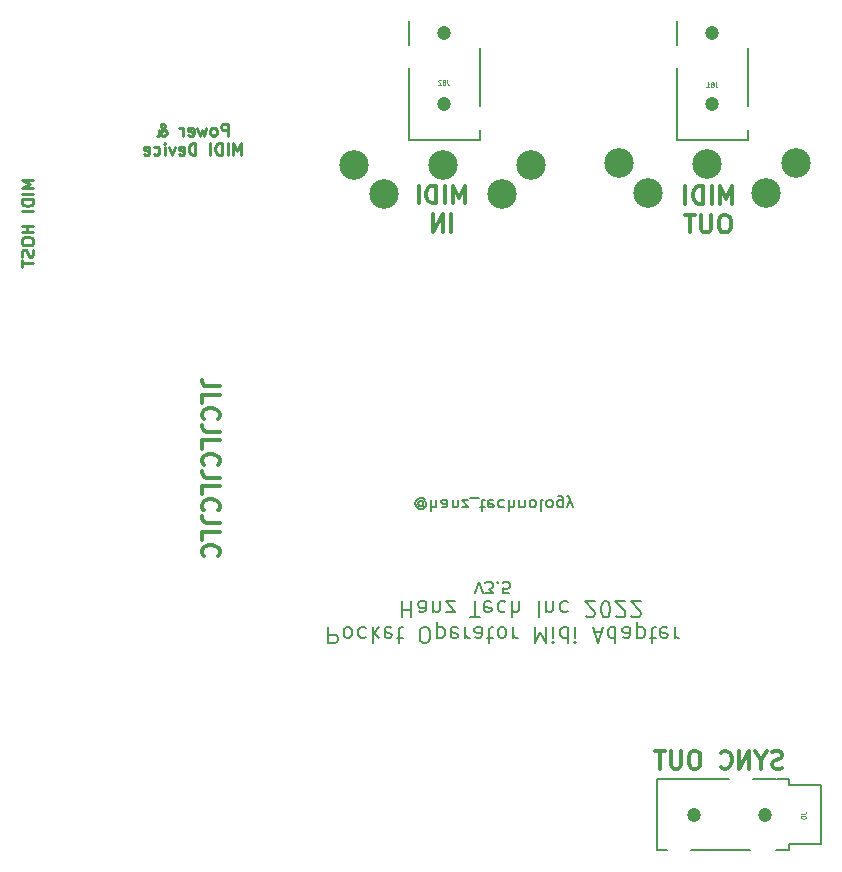
<source format=gbr>
%TF.GenerationSoftware,KiCad,Pcbnew,(6.0.2)*%
%TF.CreationDate,2023-01-30T01:25:14-05:00*%
%TF.ProjectId,bottom,626f7474-6f6d-42e6-9b69-6361645f7063,rev?*%
%TF.SameCoordinates,Original*%
%TF.FileFunction,Legend,Bot*%
%TF.FilePolarity,Positive*%
%FSLAX46Y46*%
G04 Gerber Fmt 4.6, Leading zero omitted, Abs format (unit mm)*
G04 Created by KiCad (PCBNEW (6.0.2)) date 2023-01-30 01:25:14*
%MOMM*%
%LPD*%
G01*
G04 APERTURE LIST*
%ADD10C,0.200000*%
%ADD11C,0.150000*%
%ADD12C,0.250000*%
%ADD13C,0.300000*%
%ADD14C,0.050800*%
%ADD15C,2.499360*%
%ADD16C,1.200000*%
G04 APERTURE END LIST*
D10*
X143348828Y-116229535D02*
X143348828Y-117579535D01*
X143863114Y-117579535D01*
X143991685Y-117515250D01*
X144055971Y-117450964D01*
X144120257Y-117322392D01*
X144120257Y-117129535D01*
X144055971Y-117000964D01*
X143991685Y-116936678D01*
X143863114Y-116872392D01*
X143348828Y-116872392D01*
X144891685Y-116229535D02*
X144763114Y-116293821D01*
X144698828Y-116358107D01*
X144634542Y-116486678D01*
X144634542Y-116872392D01*
X144698828Y-117000964D01*
X144763114Y-117065250D01*
X144891685Y-117129535D01*
X145084542Y-117129535D01*
X145213114Y-117065250D01*
X145277400Y-117000964D01*
X145341685Y-116872392D01*
X145341685Y-116486678D01*
X145277400Y-116358107D01*
X145213114Y-116293821D01*
X145084542Y-116229535D01*
X144891685Y-116229535D01*
X146498828Y-116293821D02*
X146370257Y-116229535D01*
X146113114Y-116229535D01*
X145984542Y-116293821D01*
X145920257Y-116358107D01*
X145855971Y-116486678D01*
X145855971Y-116872392D01*
X145920257Y-117000964D01*
X145984542Y-117065250D01*
X146113114Y-117129535D01*
X146370257Y-117129535D01*
X146498828Y-117065250D01*
X147077400Y-116229535D02*
X147077400Y-117579535D01*
X147205971Y-116743821D02*
X147591685Y-116229535D01*
X147591685Y-117129535D02*
X147077400Y-116615250D01*
X148684542Y-116293821D02*
X148555971Y-116229535D01*
X148298828Y-116229535D01*
X148170257Y-116293821D01*
X148105971Y-116422392D01*
X148105971Y-116936678D01*
X148170257Y-117065250D01*
X148298828Y-117129535D01*
X148555971Y-117129535D01*
X148684542Y-117065250D01*
X148748828Y-116936678D01*
X148748828Y-116808107D01*
X148105971Y-116679535D01*
X149134542Y-117129535D02*
X149648828Y-117129535D01*
X149327400Y-117579535D02*
X149327400Y-116422392D01*
X149391685Y-116293821D01*
X149520257Y-116229535D01*
X149648828Y-116229535D01*
X151384542Y-117579535D02*
X151641685Y-117579535D01*
X151770257Y-117515250D01*
X151898828Y-117386678D01*
X151963114Y-117129535D01*
X151963114Y-116679535D01*
X151898828Y-116422392D01*
X151770257Y-116293821D01*
X151641685Y-116229535D01*
X151384542Y-116229535D01*
X151255971Y-116293821D01*
X151127400Y-116422392D01*
X151063114Y-116679535D01*
X151063114Y-117129535D01*
X151127400Y-117386678D01*
X151255971Y-117515250D01*
X151384542Y-117579535D01*
X152541685Y-117129535D02*
X152541685Y-115779535D01*
X152541685Y-117065250D02*
X152670257Y-117129535D01*
X152927400Y-117129535D01*
X153055971Y-117065250D01*
X153120257Y-117000964D01*
X153184542Y-116872392D01*
X153184542Y-116486678D01*
X153120257Y-116358107D01*
X153055971Y-116293821D01*
X152927400Y-116229535D01*
X152670257Y-116229535D01*
X152541685Y-116293821D01*
X154277400Y-116293821D02*
X154148828Y-116229535D01*
X153891685Y-116229535D01*
X153763114Y-116293821D01*
X153698828Y-116422392D01*
X153698828Y-116936678D01*
X153763114Y-117065250D01*
X153891685Y-117129535D01*
X154148828Y-117129535D01*
X154277400Y-117065250D01*
X154341685Y-116936678D01*
X154341685Y-116808107D01*
X153698828Y-116679535D01*
X154920257Y-116229535D02*
X154920257Y-117129535D01*
X154920257Y-116872392D02*
X154984542Y-117000964D01*
X155048828Y-117065250D01*
X155177400Y-117129535D01*
X155305971Y-117129535D01*
X156334542Y-116229535D02*
X156334542Y-116936678D01*
X156270257Y-117065250D01*
X156141685Y-117129535D01*
X155884542Y-117129535D01*
X155755971Y-117065250D01*
X156334542Y-116293821D02*
X156205971Y-116229535D01*
X155884542Y-116229535D01*
X155755971Y-116293821D01*
X155691685Y-116422392D01*
X155691685Y-116550964D01*
X155755971Y-116679535D01*
X155884542Y-116743821D01*
X156205971Y-116743821D01*
X156334542Y-116808107D01*
X156784542Y-117129535D02*
X157298828Y-117129535D01*
X156977400Y-117579535D02*
X156977400Y-116422392D01*
X157041685Y-116293821D01*
X157170257Y-116229535D01*
X157298828Y-116229535D01*
X157941685Y-116229535D02*
X157813114Y-116293821D01*
X157748828Y-116358107D01*
X157684542Y-116486678D01*
X157684542Y-116872392D01*
X157748828Y-117000964D01*
X157813114Y-117065250D01*
X157941685Y-117129535D01*
X158134542Y-117129535D01*
X158263114Y-117065250D01*
X158327400Y-117000964D01*
X158391685Y-116872392D01*
X158391685Y-116486678D01*
X158327400Y-116358107D01*
X158263114Y-116293821D01*
X158134542Y-116229535D01*
X157941685Y-116229535D01*
X158970257Y-116229535D02*
X158970257Y-117129535D01*
X158970257Y-116872392D02*
X159034542Y-117000964D01*
X159098828Y-117065250D01*
X159227400Y-117129535D01*
X159355971Y-117129535D01*
X160834542Y-116229535D02*
X160834542Y-117579535D01*
X161284542Y-116615250D01*
X161734542Y-117579535D01*
X161734542Y-116229535D01*
X162377400Y-116229535D02*
X162377400Y-117129535D01*
X162377400Y-117579535D02*
X162313114Y-117515250D01*
X162377400Y-117450964D01*
X162441685Y-117515250D01*
X162377400Y-117579535D01*
X162377400Y-117450964D01*
X163598828Y-116229535D02*
X163598828Y-117579535D01*
X163598828Y-116293821D02*
X163470257Y-116229535D01*
X163213114Y-116229535D01*
X163084542Y-116293821D01*
X163020257Y-116358107D01*
X162955971Y-116486678D01*
X162955971Y-116872392D01*
X163020257Y-117000964D01*
X163084542Y-117065250D01*
X163213114Y-117129535D01*
X163470257Y-117129535D01*
X163598828Y-117065250D01*
X164241685Y-116229535D02*
X164241685Y-117129535D01*
X164241685Y-117579535D02*
X164177400Y-117515250D01*
X164241685Y-117450964D01*
X164305971Y-117515250D01*
X164241685Y-117579535D01*
X164241685Y-117450964D01*
X165848828Y-116615250D02*
X166491685Y-116615250D01*
X165720257Y-116229535D02*
X166170257Y-117579535D01*
X166620257Y-116229535D01*
X167648828Y-116229535D02*
X167648828Y-117579535D01*
X167648828Y-116293821D02*
X167520257Y-116229535D01*
X167263114Y-116229535D01*
X167134542Y-116293821D01*
X167070257Y-116358107D01*
X167005971Y-116486678D01*
X167005971Y-116872392D01*
X167070257Y-117000964D01*
X167134542Y-117065250D01*
X167263114Y-117129535D01*
X167520257Y-117129535D01*
X167648828Y-117065250D01*
X168870257Y-116229535D02*
X168870257Y-116936678D01*
X168805971Y-117065250D01*
X168677400Y-117129535D01*
X168420257Y-117129535D01*
X168291685Y-117065250D01*
X168870257Y-116293821D02*
X168741685Y-116229535D01*
X168420257Y-116229535D01*
X168291685Y-116293821D01*
X168227400Y-116422392D01*
X168227400Y-116550964D01*
X168291685Y-116679535D01*
X168420257Y-116743821D01*
X168741685Y-116743821D01*
X168870257Y-116808107D01*
X169513114Y-117129535D02*
X169513114Y-115779535D01*
X169513114Y-117065250D02*
X169641685Y-117129535D01*
X169898828Y-117129535D01*
X170027400Y-117065250D01*
X170091685Y-117000964D01*
X170155971Y-116872392D01*
X170155971Y-116486678D01*
X170091685Y-116358107D01*
X170027400Y-116293821D01*
X169898828Y-116229535D01*
X169641685Y-116229535D01*
X169513114Y-116293821D01*
X170541685Y-117129535D02*
X171055971Y-117129535D01*
X170734542Y-117579535D02*
X170734542Y-116422392D01*
X170798828Y-116293821D01*
X170927400Y-116229535D01*
X171055971Y-116229535D01*
X172020257Y-116293821D02*
X171891685Y-116229535D01*
X171634542Y-116229535D01*
X171505971Y-116293821D01*
X171441685Y-116422392D01*
X171441685Y-116936678D01*
X171505971Y-117065250D01*
X171634542Y-117129535D01*
X171891685Y-117129535D01*
X172020257Y-117065250D01*
X172084542Y-116936678D01*
X172084542Y-116808107D01*
X171441685Y-116679535D01*
X172663114Y-116229535D02*
X172663114Y-117129535D01*
X172663114Y-116872392D02*
X172727400Y-117000964D01*
X172791685Y-117065250D01*
X172920257Y-117129535D01*
X173048828Y-117129535D01*
X149584542Y-114056035D02*
X149584542Y-115406035D01*
X149584542Y-114763178D02*
X150355971Y-114763178D01*
X150355971Y-114056035D02*
X150355971Y-115406035D01*
X151577400Y-114056035D02*
X151577400Y-114763178D01*
X151513114Y-114891750D01*
X151384542Y-114956035D01*
X151127400Y-114956035D01*
X150998828Y-114891750D01*
X151577400Y-114120321D02*
X151448828Y-114056035D01*
X151127400Y-114056035D01*
X150998828Y-114120321D01*
X150934542Y-114248892D01*
X150934542Y-114377464D01*
X150998828Y-114506035D01*
X151127400Y-114570321D01*
X151448828Y-114570321D01*
X151577400Y-114634607D01*
X152220257Y-114956035D02*
X152220257Y-114056035D01*
X152220257Y-114827464D02*
X152284542Y-114891750D01*
X152413114Y-114956035D01*
X152605971Y-114956035D01*
X152734542Y-114891750D01*
X152798828Y-114763178D01*
X152798828Y-114056035D01*
X153313114Y-114956035D02*
X154020257Y-114956035D01*
X153313114Y-114056035D01*
X154020257Y-114056035D01*
X155370257Y-115406035D02*
X156141685Y-115406035D01*
X155755971Y-114056035D02*
X155755971Y-115406035D01*
X157105971Y-114120321D02*
X156977400Y-114056035D01*
X156720257Y-114056035D01*
X156591685Y-114120321D01*
X156527400Y-114248892D01*
X156527400Y-114763178D01*
X156591685Y-114891750D01*
X156720257Y-114956035D01*
X156977400Y-114956035D01*
X157105971Y-114891750D01*
X157170257Y-114763178D01*
X157170257Y-114634607D01*
X156527400Y-114506035D01*
X158327400Y-114120321D02*
X158198828Y-114056035D01*
X157941685Y-114056035D01*
X157813114Y-114120321D01*
X157748828Y-114184607D01*
X157684542Y-114313178D01*
X157684542Y-114698892D01*
X157748828Y-114827464D01*
X157813114Y-114891750D01*
X157941685Y-114956035D01*
X158198828Y-114956035D01*
X158327400Y-114891750D01*
X158905971Y-114056035D02*
X158905971Y-115406035D01*
X159484542Y-114056035D02*
X159484542Y-114763178D01*
X159420257Y-114891750D01*
X159291685Y-114956035D01*
X159098828Y-114956035D01*
X158970257Y-114891750D01*
X158905971Y-114827464D01*
X161155971Y-114056035D02*
X161155971Y-115406035D01*
X161798828Y-114956035D02*
X161798828Y-114056035D01*
X161798828Y-114827464D02*
X161863114Y-114891750D01*
X161991685Y-114956035D01*
X162184542Y-114956035D01*
X162313114Y-114891750D01*
X162377400Y-114763178D01*
X162377400Y-114056035D01*
X163598828Y-114120321D02*
X163470257Y-114056035D01*
X163213114Y-114056035D01*
X163084542Y-114120321D01*
X163020257Y-114184607D01*
X162955971Y-114313178D01*
X162955971Y-114698892D01*
X163020257Y-114827464D01*
X163084542Y-114891750D01*
X163213114Y-114956035D01*
X163470257Y-114956035D01*
X163598828Y-114891750D01*
X165141685Y-115277464D02*
X165205971Y-115341750D01*
X165334542Y-115406035D01*
X165655971Y-115406035D01*
X165784542Y-115341750D01*
X165848828Y-115277464D01*
X165913114Y-115148892D01*
X165913114Y-115020321D01*
X165848828Y-114827464D01*
X165077400Y-114056035D01*
X165913114Y-114056035D01*
X166748828Y-115406035D02*
X166877400Y-115406035D01*
X167005971Y-115341750D01*
X167070257Y-115277464D01*
X167134542Y-115148892D01*
X167198828Y-114891750D01*
X167198828Y-114570321D01*
X167134542Y-114313178D01*
X167070257Y-114184607D01*
X167005971Y-114120321D01*
X166877400Y-114056035D01*
X166748828Y-114056035D01*
X166620257Y-114120321D01*
X166555971Y-114184607D01*
X166491685Y-114313178D01*
X166427400Y-114570321D01*
X166427400Y-114891750D01*
X166491685Y-115148892D01*
X166555971Y-115277464D01*
X166620257Y-115341750D01*
X166748828Y-115406035D01*
X167713114Y-115277464D02*
X167777400Y-115341750D01*
X167905971Y-115406035D01*
X168227400Y-115406035D01*
X168355971Y-115341750D01*
X168420257Y-115277464D01*
X168484542Y-115148892D01*
X168484542Y-115020321D01*
X168420257Y-114827464D01*
X167648828Y-114056035D01*
X168484542Y-114056035D01*
X168998828Y-115277464D02*
X169063114Y-115341750D01*
X169191685Y-115406035D01*
X169513114Y-115406035D01*
X169641685Y-115341750D01*
X169705971Y-115277464D01*
X169770257Y-115148892D01*
X169770257Y-115020321D01*
X169705971Y-114827464D01*
X168934542Y-114056035D01*
X169770257Y-114056035D01*
D11*
X155728590Y-113382619D02*
X156061923Y-112382619D01*
X156395257Y-113382619D01*
X156633352Y-113382619D02*
X157252400Y-113382619D01*
X156919066Y-113001666D01*
X157061923Y-113001666D01*
X157157161Y-112954047D01*
X157204780Y-112906428D01*
X157252400Y-112811190D01*
X157252400Y-112573095D01*
X157204780Y-112477857D01*
X157157161Y-112430238D01*
X157061923Y-112382619D01*
X156776209Y-112382619D01*
X156680971Y-112430238D01*
X156633352Y-112477857D01*
X157680971Y-112477857D02*
X157728590Y-112430238D01*
X157680971Y-112382619D01*
X157633352Y-112430238D01*
X157680971Y-112477857D01*
X157680971Y-112382619D01*
X158633352Y-113382619D02*
X158157161Y-113382619D01*
X158109542Y-112906428D01*
X158157161Y-112954047D01*
X158252400Y-113001666D01*
X158490495Y-113001666D01*
X158585733Y-112954047D01*
X158633352Y-112906428D01*
X158680971Y-112811190D01*
X158680971Y-112573095D01*
X158633352Y-112477857D01*
X158585733Y-112430238D01*
X158490495Y-112382619D01*
X158252400Y-112382619D01*
X158157161Y-112430238D01*
X158109542Y-112477857D01*
D12*
X118362240Y-78384761D02*
X117362240Y-78384761D01*
X118076526Y-78718095D01*
X117362240Y-79051428D01*
X118362240Y-79051428D01*
X118362240Y-79527619D02*
X117362240Y-79527619D01*
X118362240Y-80003809D02*
X117362240Y-80003809D01*
X117362240Y-80241904D01*
X117409860Y-80384761D01*
X117505098Y-80480000D01*
X117600336Y-80527619D01*
X117790812Y-80575238D01*
X117933669Y-80575238D01*
X118124145Y-80527619D01*
X118219383Y-80480000D01*
X118314621Y-80384761D01*
X118362240Y-80241904D01*
X118362240Y-80003809D01*
X118362240Y-81003809D02*
X117362240Y-81003809D01*
X118362240Y-82241904D02*
X117362240Y-82241904D01*
X117838431Y-82241904D02*
X117838431Y-82813333D01*
X118362240Y-82813333D02*
X117362240Y-82813333D01*
X117362240Y-83480000D02*
X117362240Y-83670476D01*
X117409860Y-83765714D01*
X117505098Y-83860952D01*
X117695574Y-83908571D01*
X118028907Y-83908571D01*
X118219383Y-83860952D01*
X118314621Y-83765714D01*
X118362240Y-83670476D01*
X118362240Y-83480000D01*
X118314621Y-83384761D01*
X118219383Y-83289523D01*
X118028907Y-83241904D01*
X117695574Y-83241904D01*
X117505098Y-83289523D01*
X117409860Y-83384761D01*
X117362240Y-83480000D01*
X118314621Y-84289523D02*
X118362240Y-84432380D01*
X118362240Y-84670476D01*
X118314621Y-84765714D01*
X118267002Y-84813333D01*
X118171764Y-84860952D01*
X118076526Y-84860952D01*
X117981288Y-84813333D01*
X117933669Y-84765714D01*
X117886050Y-84670476D01*
X117838431Y-84480000D01*
X117790812Y-84384761D01*
X117743193Y-84337142D01*
X117647955Y-84289523D01*
X117552717Y-84289523D01*
X117457479Y-84337142D01*
X117409860Y-84384761D01*
X117362240Y-84480000D01*
X117362240Y-84718095D01*
X117409860Y-84860952D01*
X117362240Y-85146666D02*
X117362240Y-85718095D01*
X118362240Y-85432380D02*
X117362240Y-85432380D01*
D13*
X134131288Y-95851428D02*
X133059860Y-95851428D01*
X132845574Y-95780000D01*
X132702717Y-95637142D01*
X132631288Y-95422857D01*
X132631288Y-95280000D01*
X132631288Y-97280000D02*
X132631288Y-96565714D01*
X134131288Y-96565714D01*
X132774145Y-98637142D02*
X132702717Y-98565714D01*
X132631288Y-98351428D01*
X132631288Y-98208571D01*
X132702717Y-97994285D01*
X132845574Y-97851428D01*
X132988431Y-97780000D01*
X133274145Y-97708571D01*
X133488431Y-97708571D01*
X133774145Y-97780000D01*
X133917002Y-97851428D01*
X134059860Y-97994285D01*
X134131288Y-98208571D01*
X134131288Y-98351428D01*
X134059860Y-98565714D01*
X133988431Y-98637142D01*
X134131288Y-99708571D02*
X133059860Y-99708571D01*
X132845574Y-99637142D01*
X132702717Y-99494285D01*
X132631288Y-99280000D01*
X132631288Y-99137142D01*
X132631288Y-101137142D02*
X132631288Y-100422857D01*
X134131288Y-100422857D01*
X132774145Y-102494285D02*
X132702717Y-102422857D01*
X132631288Y-102208571D01*
X132631288Y-102065714D01*
X132702717Y-101851428D01*
X132845574Y-101708571D01*
X132988431Y-101637142D01*
X133274145Y-101565714D01*
X133488431Y-101565714D01*
X133774145Y-101637142D01*
X133917002Y-101708571D01*
X134059860Y-101851428D01*
X134131288Y-102065714D01*
X134131288Y-102208571D01*
X134059860Y-102422857D01*
X133988431Y-102494285D01*
X134131288Y-103565714D02*
X133059860Y-103565714D01*
X132845574Y-103494285D01*
X132702717Y-103351428D01*
X132631288Y-103137142D01*
X132631288Y-102994285D01*
X132631288Y-104994285D02*
X132631288Y-104280000D01*
X134131288Y-104280000D01*
X132774145Y-106351428D02*
X132702717Y-106280000D01*
X132631288Y-106065714D01*
X132631288Y-105922857D01*
X132702717Y-105708571D01*
X132845574Y-105565714D01*
X132988431Y-105494285D01*
X133274145Y-105422857D01*
X133488431Y-105422857D01*
X133774145Y-105494285D01*
X133917002Y-105565714D01*
X134059860Y-105708571D01*
X134131288Y-105922857D01*
X134131288Y-106065714D01*
X134059860Y-106280000D01*
X133988431Y-106351428D01*
X134131288Y-107422857D02*
X133059860Y-107422857D01*
X132845574Y-107351428D01*
X132702717Y-107208571D01*
X132631288Y-106994285D01*
X132631288Y-106851428D01*
X132631288Y-108851428D02*
X132631288Y-108137142D01*
X134131288Y-108137142D01*
X132774145Y-110208571D02*
X132702717Y-110137142D01*
X132631288Y-109922857D01*
X132631288Y-109780000D01*
X132702717Y-109565714D01*
X132845574Y-109422857D01*
X132988431Y-109351428D01*
X133274145Y-109280000D01*
X133488431Y-109280000D01*
X133774145Y-109351428D01*
X133917002Y-109422857D01*
X134059860Y-109565714D01*
X134131288Y-109780000D01*
X134131288Y-109922857D01*
X134059860Y-110137142D01*
X133988431Y-110208571D01*
X177495257Y-80401071D02*
X177495257Y-78901071D01*
X176995257Y-79972500D01*
X176495257Y-78901071D01*
X176495257Y-80401071D01*
X175780971Y-80401071D02*
X175780971Y-78901071D01*
X175066685Y-80401071D02*
X175066685Y-78901071D01*
X174709542Y-78901071D01*
X174495257Y-78972500D01*
X174352400Y-79115357D01*
X174280971Y-79258214D01*
X174209542Y-79543928D01*
X174209542Y-79758214D01*
X174280971Y-80043928D01*
X174352400Y-80186785D01*
X174495257Y-80329642D01*
X174709542Y-80401071D01*
X175066685Y-80401071D01*
X173566685Y-80401071D02*
X173566685Y-78901071D01*
X177030971Y-81316071D02*
X176745257Y-81316071D01*
X176602400Y-81387500D01*
X176459542Y-81530357D01*
X176388114Y-81816071D01*
X176388114Y-82316071D01*
X176459542Y-82601785D01*
X176602400Y-82744642D01*
X176745257Y-82816071D01*
X177030971Y-82816071D01*
X177173828Y-82744642D01*
X177316685Y-82601785D01*
X177388114Y-82316071D01*
X177388114Y-81816071D01*
X177316685Y-81530357D01*
X177173828Y-81387500D01*
X177030971Y-81316071D01*
X175745257Y-81316071D02*
X175745257Y-82530357D01*
X175673828Y-82673214D01*
X175602400Y-82744642D01*
X175459542Y-82816071D01*
X175173828Y-82816071D01*
X175030971Y-82744642D01*
X174959542Y-82673214D01*
X174888114Y-82530357D01*
X174888114Y-81316071D01*
X174388114Y-81316071D02*
X173530971Y-81316071D01*
X173959542Y-82816071D02*
X173959542Y-81316071D01*
X181773828Y-128137142D02*
X181559542Y-128208571D01*
X181202400Y-128208571D01*
X181059542Y-128137142D01*
X180988114Y-128065714D01*
X180916685Y-127922857D01*
X180916685Y-127780000D01*
X180988114Y-127637142D01*
X181059542Y-127565714D01*
X181202400Y-127494285D01*
X181488114Y-127422857D01*
X181630971Y-127351428D01*
X181702400Y-127280000D01*
X181773828Y-127137142D01*
X181773828Y-126994285D01*
X181702400Y-126851428D01*
X181630971Y-126780000D01*
X181488114Y-126708571D01*
X181130971Y-126708571D01*
X180916685Y-126780000D01*
X179988114Y-127494285D02*
X179988114Y-128208571D01*
X180488114Y-126708571D02*
X179988114Y-127494285D01*
X179488114Y-126708571D01*
X178988114Y-128208571D02*
X178988114Y-126708571D01*
X178130971Y-128208571D01*
X178130971Y-126708571D01*
X176559542Y-128065714D02*
X176630971Y-128137142D01*
X176845257Y-128208571D01*
X176988114Y-128208571D01*
X177202400Y-128137142D01*
X177345257Y-127994285D01*
X177416685Y-127851428D01*
X177488114Y-127565714D01*
X177488114Y-127351428D01*
X177416685Y-127065714D01*
X177345257Y-126922857D01*
X177202400Y-126780000D01*
X176988114Y-126708571D01*
X176845257Y-126708571D01*
X176630971Y-126780000D01*
X176559542Y-126851428D01*
X174488114Y-126708571D02*
X174202400Y-126708571D01*
X174059542Y-126780000D01*
X173916685Y-126922857D01*
X173845257Y-127208571D01*
X173845257Y-127708571D01*
X173916685Y-127994285D01*
X174059542Y-128137142D01*
X174202400Y-128208571D01*
X174488114Y-128208571D01*
X174630971Y-128137142D01*
X174773828Y-127994285D01*
X174845257Y-127708571D01*
X174845257Y-127208571D01*
X174773828Y-126922857D01*
X174630971Y-126780000D01*
X174488114Y-126708571D01*
X173202400Y-126708571D02*
X173202400Y-127922857D01*
X173130971Y-128065714D01*
X173059542Y-128137142D01*
X172916685Y-128208571D01*
X172630971Y-128208571D01*
X172488114Y-128137142D01*
X172416685Y-128065714D01*
X172345257Y-127922857D01*
X172345257Y-126708571D01*
X171845257Y-126708571D02*
X170988114Y-126708571D01*
X171416685Y-128208571D02*
X171416685Y-126708571D01*
D12*
X134828590Y-74627380D02*
X134828590Y-73627380D01*
X134447638Y-73627380D01*
X134352400Y-73675000D01*
X134304780Y-73722619D01*
X134257161Y-73817857D01*
X134257161Y-73960714D01*
X134304780Y-74055952D01*
X134352400Y-74103571D01*
X134447638Y-74151190D01*
X134828590Y-74151190D01*
X133685733Y-74627380D02*
X133780971Y-74579761D01*
X133828590Y-74532142D01*
X133876209Y-74436904D01*
X133876209Y-74151190D01*
X133828590Y-74055952D01*
X133780971Y-74008333D01*
X133685733Y-73960714D01*
X133542876Y-73960714D01*
X133447638Y-74008333D01*
X133400019Y-74055952D01*
X133352400Y-74151190D01*
X133352400Y-74436904D01*
X133400019Y-74532142D01*
X133447638Y-74579761D01*
X133542876Y-74627380D01*
X133685733Y-74627380D01*
X133019066Y-73960714D02*
X132828590Y-74627380D01*
X132638114Y-74151190D01*
X132447638Y-74627380D01*
X132257161Y-73960714D01*
X131495257Y-74579761D02*
X131590495Y-74627380D01*
X131780971Y-74627380D01*
X131876209Y-74579761D01*
X131923828Y-74484523D01*
X131923828Y-74103571D01*
X131876209Y-74008333D01*
X131780971Y-73960714D01*
X131590495Y-73960714D01*
X131495257Y-74008333D01*
X131447638Y-74103571D01*
X131447638Y-74198809D01*
X131923828Y-74294047D01*
X131019066Y-74627380D02*
X131019066Y-73960714D01*
X131019066Y-74151190D02*
X130971447Y-74055952D01*
X130923828Y-74008333D01*
X130828590Y-73960714D01*
X130733352Y-73960714D01*
X128828590Y-74627380D02*
X128876209Y-74627380D01*
X128971447Y-74579761D01*
X129114304Y-74436904D01*
X129352400Y-74151190D01*
X129447638Y-74008333D01*
X129495257Y-73865476D01*
X129495257Y-73770238D01*
X129447638Y-73675000D01*
X129352400Y-73627380D01*
X129304780Y-73627380D01*
X129209542Y-73675000D01*
X129161923Y-73770238D01*
X129161923Y-73817857D01*
X129209542Y-73913095D01*
X129257161Y-73960714D01*
X129542876Y-74151190D01*
X129590495Y-74198809D01*
X129638114Y-74294047D01*
X129638114Y-74436904D01*
X129590495Y-74532142D01*
X129542876Y-74579761D01*
X129447638Y-74627380D01*
X129304780Y-74627380D01*
X129209542Y-74579761D01*
X129161923Y-74532142D01*
X129019066Y-74341666D01*
X128971447Y-74198809D01*
X128971447Y-74103571D01*
X135947638Y-76237380D02*
X135947638Y-75237380D01*
X135614304Y-75951666D01*
X135280971Y-75237380D01*
X135280971Y-76237380D01*
X134804780Y-76237380D02*
X134804780Y-75237380D01*
X134328590Y-76237380D02*
X134328590Y-75237380D01*
X134090495Y-75237380D01*
X133947638Y-75285000D01*
X133852400Y-75380238D01*
X133804780Y-75475476D01*
X133757161Y-75665952D01*
X133757161Y-75808809D01*
X133804780Y-75999285D01*
X133852400Y-76094523D01*
X133947638Y-76189761D01*
X134090495Y-76237380D01*
X134328590Y-76237380D01*
X133328590Y-76237380D02*
X133328590Y-75237380D01*
X132090495Y-76237380D02*
X132090495Y-75237380D01*
X131852400Y-75237380D01*
X131709542Y-75285000D01*
X131614304Y-75380238D01*
X131566685Y-75475476D01*
X131519066Y-75665952D01*
X131519066Y-75808809D01*
X131566685Y-75999285D01*
X131614304Y-76094523D01*
X131709542Y-76189761D01*
X131852400Y-76237380D01*
X132090495Y-76237380D01*
X130709542Y-76189761D02*
X130804780Y-76237380D01*
X130995257Y-76237380D01*
X131090495Y-76189761D01*
X131138114Y-76094523D01*
X131138114Y-75713571D01*
X131090495Y-75618333D01*
X130995257Y-75570714D01*
X130804780Y-75570714D01*
X130709542Y-75618333D01*
X130661923Y-75713571D01*
X130661923Y-75808809D01*
X131138114Y-75904047D01*
X130328590Y-75570714D02*
X130090495Y-76237380D01*
X129852400Y-75570714D01*
X129471447Y-76237380D02*
X129471447Y-75570714D01*
X129471447Y-75237380D02*
X129519066Y-75285000D01*
X129471447Y-75332619D01*
X129423828Y-75285000D01*
X129471447Y-75237380D01*
X129471447Y-75332619D01*
X128566685Y-76189761D02*
X128661923Y-76237380D01*
X128852400Y-76237380D01*
X128947638Y-76189761D01*
X128995257Y-76142142D01*
X129042876Y-76046904D01*
X129042876Y-75761190D01*
X128995257Y-75665952D01*
X128947638Y-75618333D01*
X128852400Y-75570714D01*
X128661923Y-75570714D01*
X128566685Y-75618333D01*
X127757161Y-76189761D02*
X127852400Y-76237380D01*
X128042876Y-76237380D01*
X128138114Y-76189761D01*
X128185733Y-76094523D01*
X128185733Y-75713571D01*
X128138114Y-75618333D01*
X128042876Y-75570714D01*
X127852400Y-75570714D01*
X127757161Y-75618333D01*
X127709542Y-75713571D01*
X127709542Y-75808809D01*
X128185733Y-75904047D01*
D13*
X154916685Y-80351071D02*
X154916685Y-78851071D01*
X154416685Y-79922500D01*
X153916685Y-78851071D01*
X153916685Y-80351071D01*
X153202400Y-80351071D02*
X153202400Y-78851071D01*
X152488114Y-80351071D02*
X152488114Y-78851071D01*
X152130971Y-78851071D01*
X151916685Y-78922500D01*
X151773828Y-79065357D01*
X151702400Y-79208214D01*
X151630971Y-79493928D01*
X151630971Y-79708214D01*
X151702400Y-79993928D01*
X151773828Y-80136785D01*
X151916685Y-80279642D01*
X152130971Y-80351071D01*
X152488114Y-80351071D01*
X150988114Y-80351071D02*
X150988114Y-78851071D01*
X153738114Y-82766071D02*
X153738114Y-81266071D01*
X153023828Y-82766071D02*
X153023828Y-81266071D01*
X152166685Y-82766071D01*
X152166685Y-81266071D01*
D10*
X151376209Y-105903809D02*
X151328590Y-105951428D01*
X151233352Y-105999047D01*
X151138114Y-105999047D01*
X151042876Y-105951428D01*
X150995257Y-105903809D01*
X150947638Y-105808571D01*
X150947638Y-105713333D01*
X150995257Y-105618095D01*
X151042876Y-105570476D01*
X151138114Y-105522857D01*
X151233352Y-105522857D01*
X151328590Y-105570476D01*
X151376209Y-105618095D01*
X151376209Y-105999047D02*
X151376209Y-105618095D01*
X151423828Y-105570476D01*
X151471447Y-105570476D01*
X151566685Y-105618095D01*
X151614304Y-105713333D01*
X151614304Y-105951428D01*
X151519066Y-106094285D01*
X151376209Y-106189523D01*
X151185733Y-106237142D01*
X150995257Y-106189523D01*
X150852400Y-106094285D01*
X150757161Y-105951428D01*
X150709542Y-105760952D01*
X150757161Y-105570476D01*
X150852400Y-105427619D01*
X150995257Y-105332380D01*
X151185733Y-105284761D01*
X151376209Y-105332380D01*
X151519066Y-105427619D01*
X152042876Y-105427619D02*
X152042876Y-106427619D01*
X152471447Y-105427619D02*
X152471447Y-105951428D01*
X152423828Y-106046666D01*
X152328590Y-106094285D01*
X152185733Y-106094285D01*
X152090495Y-106046666D01*
X152042876Y-105999047D01*
X153376209Y-105427619D02*
X153376209Y-105951428D01*
X153328590Y-106046666D01*
X153233352Y-106094285D01*
X153042876Y-106094285D01*
X152947638Y-106046666D01*
X153376209Y-105475238D02*
X153280971Y-105427619D01*
X153042876Y-105427619D01*
X152947638Y-105475238D01*
X152900019Y-105570476D01*
X152900019Y-105665714D01*
X152947638Y-105760952D01*
X153042876Y-105808571D01*
X153280971Y-105808571D01*
X153376209Y-105856190D01*
X153852400Y-106094285D02*
X153852400Y-105427619D01*
X153852400Y-105999047D02*
X153900019Y-106046666D01*
X153995257Y-106094285D01*
X154138114Y-106094285D01*
X154233352Y-106046666D01*
X154280971Y-105951428D01*
X154280971Y-105427619D01*
X154661923Y-106094285D02*
X155185733Y-106094285D01*
X154661923Y-105427619D01*
X155185733Y-105427619D01*
X155328590Y-105332380D02*
X156090495Y-105332380D01*
X156185733Y-106094285D02*
X156566685Y-106094285D01*
X156328590Y-106427619D02*
X156328590Y-105570476D01*
X156376209Y-105475238D01*
X156471447Y-105427619D01*
X156566685Y-105427619D01*
X157280971Y-105475238D02*
X157185733Y-105427619D01*
X156995257Y-105427619D01*
X156900019Y-105475238D01*
X156852400Y-105570476D01*
X156852400Y-105951428D01*
X156900019Y-106046666D01*
X156995257Y-106094285D01*
X157185733Y-106094285D01*
X157280971Y-106046666D01*
X157328590Y-105951428D01*
X157328590Y-105856190D01*
X156852400Y-105760952D01*
X158185733Y-105475238D02*
X158090495Y-105427619D01*
X157900019Y-105427619D01*
X157804780Y-105475238D01*
X157757161Y-105522857D01*
X157709542Y-105618095D01*
X157709542Y-105903809D01*
X157757161Y-105999047D01*
X157804780Y-106046666D01*
X157900019Y-106094285D01*
X158090495Y-106094285D01*
X158185733Y-106046666D01*
X158614304Y-105427619D02*
X158614304Y-106427619D01*
X159042876Y-105427619D02*
X159042876Y-105951428D01*
X158995257Y-106046666D01*
X158900019Y-106094285D01*
X158757161Y-106094285D01*
X158661923Y-106046666D01*
X158614304Y-105999047D01*
X159519066Y-106094285D02*
X159519066Y-105427619D01*
X159519066Y-105999047D02*
X159566685Y-106046666D01*
X159661923Y-106094285D01*
X159804780Y-106094285D01*
X159900019Y-106046666D01*
X159947638Y-105951428D01*
X159947638Y-105427619D01*
X160566685Y-105427619D02*
X160471447Y-105475238D01*
X160423828Y-105522857D01*
X160376209Y-105618095D01*
X160376209Y-105903809D01*
X160423828Y-105999047D01*
X160471447Y-106046666D01*
X160566685Y-106094285D01*
X160709542Y-106094285D01*
X160804780Y-106046666D01*
X160852400Y-105999047D01*
X160900019Y-105903809D01*
X160900019Y-105618095D01*
X160852400Y-105522857D01*
X160804780Y-105475238D01*
X160709542Y-105427619D01*
X160566685Y-105427619D01*
X161471447Y-105427619D02*
X161376209Y-105475238D01*
X161328590Y-105570476D01*
X161328590Y-106427619D01*
X161995257Y-105427619D02*
X161900019Y-105475238D01*
X161852400Y-105522857D01*
X161804780Y-105618095D01*
X161804780Y-105903809D01*
X161852400Y-105999047D01*
X161900019Y-106046666D01*
X161995257Y-106094285D01*
X162138114Y-106094285D01*
X162233352Y-106046666D01*
X162280971Y-105999047D01*
X162328590Y-105903809D01*
X162328590Y-105618095D01*
X162280971Y-105522857D01*
X162233352Y-105475238D01*
X162138114Y-105427619D01*
X161995257Y-105427619D01*
X163185733Y-106094285D02*
X163185733Y-105284761D01*
X163138114Y-105189523D01*
X163090495Y-105141904D01*
X162995257Y-105094285D01*
X162852400Y-105094285D01*
X162757161Y-105141904D01*
X163185733Y-105475238D02*
X163090495Y-105427619D01*
X162900019Y-105427619D01*
X162804780Y-105475238D01*
X162757161Y-105522857D01*
X162709542Y-105618095D01*
X162709542Y-105903809D01*
X162757161Y-105999047D01*
X162804780Y-106046666D01*
X162900019Y-106094285D01*
X163090495Y-106094285D01*
X163185733Y-106046666D01*
X163566685Y-106094285D02*
X163804780Y-105427619D01*
X164042876Y-106094285D02*
X163804780Y-105427619D01*
X163709542Y-105189523D01*
X163661923Y-105141904D01*
X163566685Y-105094285D01*
D14*
%TO.C,J0*%
X183361020Y-132047073D02*
X183645863Y-132047073D01*
X183702831Y-132028083D01*
X183740810Y-131990104D01*
X183759800Y-131933136D01*
X183759800Y-131895157D01*
X183361020Y-132312926D02*
X183361020Y-132350905D01*
X183380010Y-132388884D01*
X183398999Y-132407874D01*
X183436978Y-132426863D01*
X183512936Y-132445853D01*
X183607884Y-132445853D01*
X183683842Y-132426863D01*
X183721821Y-132407874D01*
X183740810Y-132388884D01*
X183759800Y-132350905D01*
X183759800Y-132312926D01*
X183740810Y-132274947D01*
X183721821Y-132255958D01*
X183683842Y-132236968D01*
X183607884Y-132217979D01*
X183512936Y-132217979D01*
X183436978Y-132236968D01*
X183398999Y-132255958D01*
X183380010Y-132274947D01*
X183361020Y-132312926D01*
%TO.C,J82*%
X153425221Y-69911620D02*
X153425221Y-70196463D01*
X153444211Y-70253431D01*
X153482190Y-70291410D01*
X153539159Y-70310400D01*
X153577138Y-70310400D01*
X153178358Y-70082526D02*
X153216337Y-70063536D01*
X153235326Y-70044547D01*
X153254316Y-70006568D01*
X153254316Y-69987578D01*
X153235326Y-69949599D01*
X153216337Y-69930610D01*
X153178358Y-69911620D01*
X153102400Y-69911620D01*
X153064420Y-69930610D01*
X153045431Y-69949599D01*
X153026441Y-69987578D01*
X153026441Y-70006568D01*
X153045431Y-70044547D01*
X153064420Y-70063536D01*
X153102400Y-70082526D01*
X153178358Y-70082526D01*
X153216337Y-70101515D01*
X153235326Y-70120505D01*
X153254316Y-70158484D01*
X153254316Y-70234442D01*
X153235326Y-70272421D01*
X153216337Y-70291410D01*
X153178358Y-70310400D01*
X153102400Y-70310400D01*
X153064420Y-70291410D01*
X153045431Y-70272421D01*
X153026441Y-70234442D01*
X153026441Y-70158484D01*
X153045431Y-70120505D01*
X153064420Y-70101515D01*
X153102400Y-70082526D01*
X152874525Y-69949599D02*
X152855536Y-69930610D01*
X152817557Y-69911620D01*
X152722609Y-69911620D01*
X152684630Y-69930610D01*
X152665640Y-69949599D01*
X152646651Y-69987578D01*
X152646651Y-70025557D01*
X152665640Y-70082526D01*
X152893515Y-70310400D01*
X152646651Y-70310400D01*
%TO.C,J81*%
X176125221Y-70111620D02*
X176125221Y-70396463D01*
X176144211Y-70453431D01*
X176182190Y-70491410D01*
X176239159Y-70510400D01*
X176277138Y-70510400D01*
X175878358Y-70282526D02*
X175916337Y-70263536D01*
X175935326Y-70244547D01*
X175954316Y-70206568D01*
X175954316Y-70187578D01*
X175935326Y-70149599D01*
X175916337Y-70130610D01*
X175878358Y-70111620D01*
X175802400Y-70111620D01*
X175764420Y-70130610D01*
X175745431Y-70149599D01*
X175726441Y-70187578D01*
X175726441Y-70206568D01*
X175745431Y-70244547D01*
X175764420Y-70263536D01*
X175802400Y-70282526D01*
X175878358Y-70282526D01*
X175916337Y-70301515D01*
X175935326Y-70320505D01*
X175954316Y-70358484D01*
X175954316Y-70434442D01*
X175935326Y-70472421D01*
X175916337Y-70491410D01*
X175878358Y-70510400D01*
X175802400Y-70510400D01*
X175764420Y-70491410D01*
X175745431Y-70472421D01*
X175726441Y-70434442D01*
X175726441Y-70358484D01*
X175745431Y-70320505D01*
X175764420Y-70301515D01*
X175802400Y-70282526D01*
X175346651Y-70510400D02*
X175574525Y-70510400D01*
X175460588Y-70510400D02*
X175460588Y-70111620D01*
X175498567Y-70168589D01*
X175536546Y-70206568D01*
X175574525Y-70225557D01*
D11*
%TO.C,J0*%
X185079400Y-129630000D02*
X182379400Y-129630000D01*
X182379400Y-129130000D02*
X181329400Y-129130000D01*
X179029400Y-135130000D02*
X174079400Y-135130000D01*
X182379400Y-134630000D02*
X185079400Y-134630000D01*
X181279400Y-129130000D02*
X179279400Y-129130000D01*
X171179400Y-135130000D02*
X172029400Y-135130000D01*
X181279400Y-135130000D02*
X182379400Y-135130000D01*
X177279400Y-129130000D02*
X171179400Y-129130000D01*
X171179400Y-129130000D02*
X171179400Y-135130000D01*
X185079400Y-134630000D02*
X185079400Y-129630000D01*
X182379400Y-135130000D02*
X182379400Y-134630000D01*
X182379400Y-129630000D02*
X182379400Y-129130000D01*
%TO.C,J82*%
X156152400Y-67170000D02*
X156152400Y-72120000D01*
X156152400Y-75020000D02*
X156152400Y-74170000D01*
X150152400Y-64920000D02*
X150152400Y-66920000D01*
X150152400Y-75020000D02*
X156152400Y-75020000D01*
X150152400Y-68920000D02*
X150152400Y-75020000D01*
%TO.C,J81*%
X178852400Y-75020000D02*
X178852400Y-74170000D01*
X172852400Y-68920000D02*
X172852400Y-75020000D01*
X178852400Y-67170000D02*
X178852400Y-72120000D01*
X172852400Y-64920000D02*
X172852400Y-66920000D01*
X172852400Y-75020000D02*
X178852400Y-75020000D01*
%TD*%
D15*
%TO.C,J40*%
X145511780Y-77077200D03*
X153009860Y-77079740D03*
X160507940Y-77077200D03*
X148013680Y-79579100D03*
X158006040Y-79579100D03*
%TD*%
%TO.C,J90*%
X167911780Y-76977200D03*
X175409860Y-76979740D03*
X182907940Y-76977200D03*
X170413680Y-79479100D03*
X180406040Y-79479100D03*
%TD*%
D16*
%TO.C,J0*%
X174279400Y-132130000D03*
X180279400Y-132130000D03*
%TD*%
%TO.C,J82*%
X153152400Y-71920000D03*
X153152400Y-65920000D03*
%TD*%
%TO.C,J81*%
X175852400Y-71920000D03*
X175852400Y-65920000D03*
%TD*%
M02*

</source>
